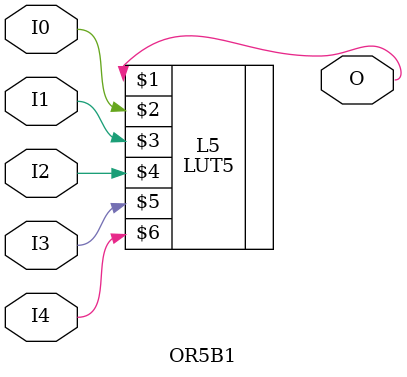
<source format=v>


`timescale  1 ps / 1 ps


module OR5B1 (O, I0, I1, I2, I3, I4);

    output O;

    input  I0, I1, I2, I3, I4;

    LUT5 #(.INIT(32'hFFFFFFFD)) L5 (O, I0, I1, I2, I3, I4);

endmodule

</source>
